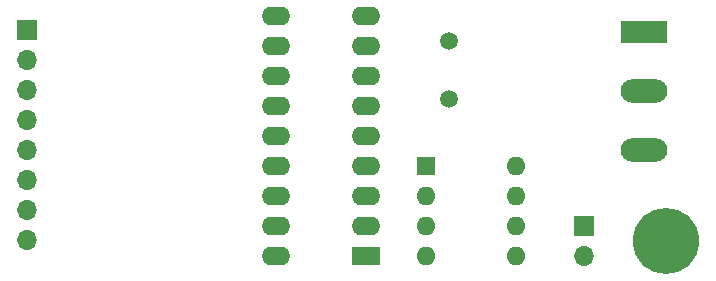
<source format=gbs>
G04 #@! TF.GenerationSoftware,KiCad,Pcbnew,7.0.8*
G04 #@! TF.CreationDate,2024-01-10T12:44:37+01:00*
G04 #@! TF.ProjectId,CAN_board,43414e5f-626f-4617-9264-2e6b69636164,rev?*
G04 #@! TF.SameCoordinates,Original*
G04 #@! TF.FileFunction,Soldermask,Bot*
G04 #@! TF.FilePolarity,Negative*
%FSLAX46Y46*%
G04 Gerber Fmt 4.6, Leading zero omitted, Abs format (unit mm)*
G04 Created by KiCad (PCBNEW 7.0.8) date 2024-01-10 12:44:37*
%MOMM*%
%LPD*%
G01*
G04 APERTURE LIST*
%ADD10C,5.600000*%
%ADD11O,2.400000X1.600000*%
%ADD12R,2.400000X1.600000*%
%ADD13C,1.500000*%
%ADD14R,1.600000X1.600000*%
%ADD15O,1.600000X1.600000*%
%ADD16R,1.700000X1.700000*%
%ADD17O,1.700000X1.700000*%
%ADD18R,3.960000X1.980000*%
%ADD19O,3.960000X1.980000*%
G04 APERTURE END LIST*
D10*
X168910000Y-113030000D03*
D11*
X135905000Y-114300000D03*
X135905000Y-111760000D03*
X135905000Y-109220000D03*
X135905000Y-106680000D03*
X135905000Y-104140000D03*
X135905000Y-101600000D03*
X135905000Y-99060000D03*
X135905000Y-96520000D03*
X135905000Y-93980000D03*
X143525000Y-93980000D03*
X143525000Y-96520000D03*
X143525000Y-99060000D03*
X143525000Y-101600000D03*
X143525000Y-104140000D03*
X143525000Y-106680000D03*
X143525000Y-109220000D03*
X143525000Y-111760000D03*
D12*
X143525000Y-114300000D03*
D13*
X150495000Y-96085000D03*
X150495000Y-100965000D03*
D14*
X148600000Y-106690000D03*
D15*
X148600000Y-109230000D03*
X148600000Y-111770000D03*
X148600000Y-114310000D03*
X156220000Y-114310000D03*
X156220000Y-111770000D03*
X156220000Y-109230000D03*
X156220000Y-106690000D03*
D16*
X114815000Y-95110000D03*
D17*
X114815000Y-97650000D03*
X114815000Y-100190000D03*
X114815000Y-102730000D03*
X114815000Y-105270000D03*
X114815000Y-107810000D03*
X114815000Y-110350000D03*
X114815000Y-112890000D03*
X161925000Y-114300000D03*
D16*
X161925000Y-111760000D03*
D18*
X167005000Y-95330000D03*
D19*
X167005000Y-100330000D03*
X167005000Y-105330000D03*
M02*

</source>
